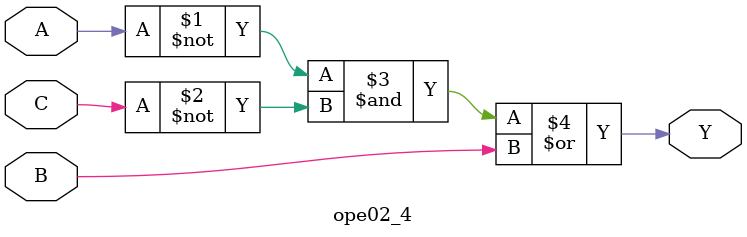
<source format=v>
module gle01_1(input wire A, B, C, output wire Y);

    wire na, nb, nc, w1, w2, w3;

    not (na, A);
    not (nb, B);
    not (nc, C);
    and (w1, na, nc);
    and (w2, A, C);
    and (w3, A, nb);
    or (Y, w1, w2, w3);

endmodule

//Ejercicio 1 Tabla 2: Y = B'
module gle01_2(input wire A, B, C, output wire Y);
    
    wire nb;

    not (nb, B);
    or (Y,nb);

endmodule

//Ejercicio 1 Tabla 3: Y=A'B'C'D'+A'B'CD+A'BC'D+A'BCD'+ABC'D'+ABCD+AB'C'D+AB'CD'
module gle01_3(input wire A, B, C, D, output wire Y);

    wire na, nb, nc, nd, w1, w2, w3, w4, w5, w6, w7, w8;

    not (na, A);
    not (nb, B);
    not (nc, C);
    not (nd, D);
    and (w1, na, nb, nc, nd);
    and (w2, na, nb, C, D);
    and (w3, na, B, nc, D);
    and (w4, na, B, C, nd);
    and (w5, A, B, nc, nd);
    and (w6, A, B, C, D);
    and (w7, A, nb, nc, D);
    and (w8, A, nb, C, nd);
    or (Y, w1, w2, w3, w4, w5, w6, w7, w8);

endmodule

//Ejercicio 1 Tabla 4: Y=BD+AD'+AC
module gle01_4(input wire A, B, C, D, output wire Y);

    wire nd, w1, w2, w3;

    not (nd, D);
    and (w1, B, D);
    and (w2, A, nd);
    and (w3, A, C);
    or (Y, w1, w2, w3);

endmodule

//Módulos con operadores lógicos
//Ejercicio 2 -1): Y=B'C'D'+AC'+AB'+AD'

module ope02_1(input wire A, B, C, D, output wire Y);

    assign Y = (~B & ~C & ~D) | (A & ~C) | (A & ~B) | (A & ~D);

endmodule

//Ejercicio 2 -2): Y=B'+A+C
module ope02_2(input wire A, B, C, output wire Y);

    assign Y = (~B) | (A) | (C);

endmodule

//Ejercicio 2 -3): Y=C'D+B+AD
module ope02_3(input wire A, B, C, D, output wire Y);

    assign Y = (~C & D) | (B) | (A & D);

endmodule

//Ejercicio 2 -4): Y=A'C'+B
module ope02_4(input wire A, B, C, output wire Y);

    assign Y = (~A & ~C) | (B);

endmodule
</source>
